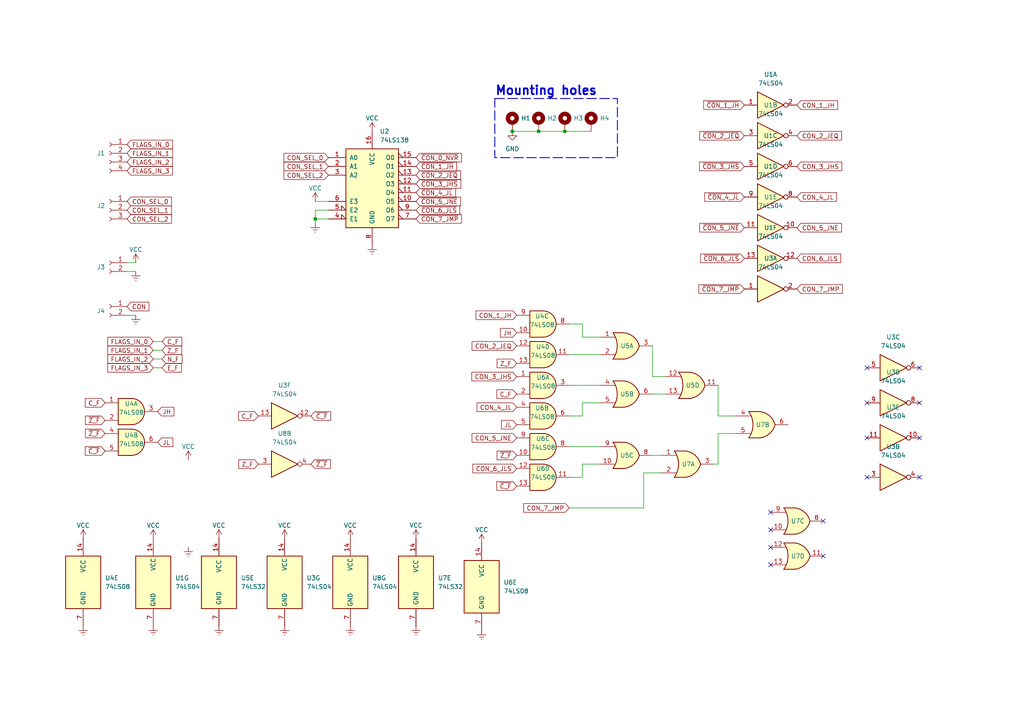
<source format=kicad_sch>
(kicad_sch (version 20231120) (generator "eeschema") (generator_version "8.0")
  (paper "A4")
  (lib_symbols
    (symbol "74xx:74LS04"
      (property "Reference" "U" (at 0 1.27 0))
      (property "Value" "74LS04" (at 0 -1.27 0))
      (symbol "74LS04_1_0"
        (polyline (pts (xy -3.81 3.81) (xy -3.81 -3.81) (xy 3.81 0) (xy -3.81 3.81)) (stroke (width 0.254)) (fill (type background)))
        (pin input line (at -7.62 0 0) (length 3.81) (name "~") (number "1"))
        (pin output inverted (at 7.62 0 180) (length 3.81) (name "~") (number "2"))
      )
      (symbol "74LS04_2_0"
        (polyline (pts (xy -3.81 3.81) (xy -3.81 -3.81) (xy 3.81 0) (xy -3.81 3.81)) (stroke (width 0.254)) (fill (type background)))
        (pin input line (at -7.62 0 0) (length 3.81) (name "~") (number "3"))
        (pin output inverted (at 7.62 0 180) (length 3.81) (name "~") (number "4"))
      )
      (symbol "74LS04_3_0"
        (polyline (pts (xy -3.81 3.81) (xy -3.81 -3.81) (xy 3.81 0) (xy -3.81 3.81)) (stroke (width 0.254)) (fill (type background)))
        (pin input line (at -7.62 0 0) (length 3.81) (name "~") (number "5"))
        (pin output inverted (at 7.62 0 180) (length 3.81) (name "~") (number "6"))
      )
      (symbol "74LS04_4_0"
        (polyline (pts (xy -3.81 3.81) (xy -3.81 -3.81) (xy 3.81 0) (xy -3.81 3.81)) (stroke (width 0.254)) (fill (type background)))
        (pin output inverted (at 7.62 0 180) (length 3.81) (name "~") (number "8"))
        (pin input line (at -7.62 0 0) (length 3.81) (name "~") (number "9"))
      )
      (symbol "74LS04_5_0"
        (polyline (pts (xy -3.81 3.81) (xy -3.81 -3.81) (xy 3.81 0) (xy -3.81 3.81)) (stroke (width 0.254)) (fill (type background)))
        (pin output inverted (at 7.62 0 180) (length 3.81) (name "~") (number "10"))
        (pin input line (at -7.62 0 0) (length 3.81) (name "~") (number "11"))
      )
      (symbol "74LS04_6_0"
        (polyline (pts (xy -3.81 3.81) (xy -3.81 -3.81) (xy 3.81 0) (xy -3.81 3.81)) (stroke (width 0.254)) (fill (type background)))
        (pin output inverted (at 7.62 0 180) (length 3.81) (name "~") (number "12"))
        (pin input line (at -7.62 0 0) (length 3.81) (name "~") (number "13"))
      )
      (symbol "74LS04_7_0"
        (pin power_in line (at 0 12.7 270) (length 5.08) (name "VCC") (number "14"))
        (pin power_in line (at 0 -12.7 90) (length 5.08) (name "GND") (number "7"))
      )
      (symbol "74LS04_7_1"
        (rectangle (start -5.08 7.62) (end 5.08 -7.62) (stroke (width 0.254)) (fill (type background)))
      )
    )
    (symbol "74xx:74LS08" (pin_names (offset 1.016))
      (property "Reference" "U" (at 0 1.27 0))
      (property "Value" "74LS08" (at 0 -1.27 0))
      (symbol "74LS08_1_1"
        (arc (start 0 -3.81) (mid 3.7934 0) (end 0 3.81) (stroke (width 0.254)) (fill (type background)))
        (polyline (pts (xy 0 3.81) (xy -3.81 3.81) (xy -3.81 -3.81) (xy 0 -3.81)) (stroke (width 0.254)) (fill (type background)))
        (pin input line (at -7.62 2.54 0) (length 3.81) (name "~") (number "1"))
        (pin input line (at -7.62 -2.54 0) (length 3.81) (name "~") (number "2"))
        (pin output line (at 7.62 0 180) (length 3.81) (name "~") (number "3"))
      )
      (symbol "74LS08_1_2"
        (arc (start -3.81 -3.81) (mid -2.589 0) (end -3.81 3.81) (stroke (width 0.254)))
        (arc (start -0.6096 -3.81) (mid 2.1842 -2.5851) (end 3.81 0) (stroke (width 0.254)) (fill (type background)))
        (polyline (pts (xy -3.81 -3.81) (xy -0.635 -3.81)) (stroke (width 0.254)) (fill (type background)))
        (polyline (pts (xy -3.81 3.81) (xy -0.635 3.81)) (stroke (width 0.254)) (fill (type background)))
        (polyline (pts (xy -0.635 3.81) (xy -3.81 3.81) (xy -3.81 3.81) (xy -3.556 3.4036) (xy -3.0226 2.2606) (xy -2.6924 1.0414) (xy -2.6162 -0.254) (xy -2.7686 -1.4986) (xy -3.175 -2.7178) (xy -3.81 -3.81) (xy -3.81 -3.81) (xy -0.635 -3.81)) (stroke (width -25.4)) (fill (type background)))
        (arc (start 3.81 0) (mid 2.1915 2.5936) (end -0.6096 3.81) (stroke (width 0.254)) (fill (type background)))
        (pin input inverted (at -7.62 2.54 0) (length 4.318) (name "~") (number "1"))
        (pin input inverted (at -7.62 -2.54 0) (length 4.318) (name "~") (number "2"))
        (pin output inverted (at 7.62 0 180) (length 3.81) (name "~") (number "3"))
      )
      (symbol "74LS08_2_1"
        (arc (start 0 -3.81) (mid 3.7934 0) (end 0 3.81) (stroke (width 0.254)) (fill (type background)))
        (polyline (pts (xy 0 3.81) (xy -3.81 3.81) (xy -3.81 -3.81) (xy 0 -3.81)) (stroke (width 0.254)) (fill (type background)))
        (pin input line (at -7.62 2.54 0) (length 3.81) (name "~") (number "4"))
        (pin input line (at -7.62 -2.54 0) (length 3.81) (name "~") (number "5"))
        (pin output line (at 7.62 0 180) (length 3.81) (name "~") (number "6"))
      )
      (symbol "74LS08_2_2"
        (arc (start -3.81 -3.81) (mid -2.589 0) (end -3.81 3.81) (stroke (width 0.254)))
        (arc (start -0.6096 -3.81) (mid 2.1842 -2.5851) (end 3.81 0) (stroke (width 0.254)) (fill (type background)))
        (polyline (pts (xy -3.81 -3.81) (xy -0.635 -3.81)) (stroke (width 0.254)) (fill (type background)))
        (polyline (pts (xy -3.81 3.81) (xy -0.635 3.81)) (stroke (width 0.254)) (fill (type background)))
        (polyline (pts (xy -0.635 3.81) (xy -3.81 3.81) (xy -3.81 3.81) (xy -3.556 3.4036) (xy -3.0226 2.2606) (xy -2.6924 1.0414) (xy -2.6162 -0.254) (xy -2.7686 -1.4986) (xy -3.175 -2.7178) (xy -3.81 -3.81) (xy -3.81 -3.81) (xy -0.635 -3.81)) (stroke (width -25.4)) (fill (type background)))
        (arc (start 3.81 0) (mid 2.1915 2.5936) (end -0.6096 3.81) (stroke (width 0.254)) (fill (type background)))
        (pin input inverted (at -7.62 2.54 0) (length 4.318) (name "~") (number "4"))
        (pin input inverted (at -7.62 -2.54 0) (length 4.318) (name "~") (number "5"))
        (pin output inverted (at 7.62 0 180) (length 3.81) (name "~") (number "6"))
      )
      (symbol "74LS08_3_1"
        (arc (start 0 -3.81) (mid 3.7934 0) (end 0 3.81) (stroke (width 0.254)) (fill (type background)))
        (polyline (pts (xy 0 3.81) (xy -3.81 3.81) (xy -3.81 -3.81) (xy 0 -3.81)) (stroke (width 0.254)) (fill (type background)))
        (pin input line (at -7.62 -2.54 0) (length 3.81) (name "~") (number "10"))
        (pin output line (at 7.62 0 180) (length 3.81) (name "~") (number "8"))
        (pin input line (at -7.62 2.54 0) (length 3.81) (name "~") (number "9"))
      )
      (symbol "74LS08_3_2"
        (arc (start -3.81 -3.81) (mid -2.589 0) (end -3.81 3.81) (stroke (width 0.254)))
        (arc (start -0.6096 -3.81) (mid 2.1842 -2.5851) (end 3.81 0) (stroke (width 0.254)) (fill (type background)))
        (polyline (pts (xy -3.81 -3.81) (xy -0.635 -3.81)) (stroke (width 0.254)) (fill (type background)))
        (polyline (pts (xy -3.81 3.81) (xy -0.635 3.81)) (stroke (width 0.254)) (fill (type background)))
        (polyline (pts (xy -0.635 3.81) (xy -3.81 3.81) (xy -3.81 3.81) (xy -3.556 3.4036) (xy -3.0226 2.2606) (xy -2.6924 1.0414) (xy -2.6162 -0.254) (xy -2.7686 -1.4986) (xy -3.175 -2.7178) (xy -3.81 -3.81) (xy -3.81 -3.81) (xy -0.635 -3.81)) (stroke (width -25.4)) (fill (type background)))
        (arc (start 3.81 0) (mid 2.1915 2.5936) (end -0.6096 3.81) (stroke (width 0.254)) (fill (type background)))
        (pin input inverted (at -7.62 -2.54 0) (length 4.318) (name "~") (number "10"))
        (pin output inverted (at 7.62 0 180) (length 3.81) (name "~") (number "8"))
        (pin input inverted (at -7.62 2.54 0) (length 4.318) (name "~") (number "9"))
      )
      (symbol "74LS08_4_1"
        (arc (start 0 -3.81) (mid 3.7934 0) (end 0 3.81) (stroke (width 0.254)) (fill (type background)))
        (polyline (pts (xy 0 3.81) (xy -3.81 3.81) (xy -3.81 -3.81) (xy 0 -3.81)) (stroke (width 0.254)) (fill (type background)))
        (pin output line (at 7.62 0 180) (length 3.81) (name "~") (number "11"))
        (pin input line (at -7.62 2.54 0) (length 3.81) (name "~") (number "12"))
        (pin input line (at -7.62 -2.54 0) (length 3.81) (name "~") (number "13"))
      )
      (symbol "74LS08_4_2"
        (arc (start -3.81 -3.81) (mid -2.589 0) (end -3.81 3.81) (stroke (width 0.254)))
        (arc (start -0.6096 -3.81) (mid 2.1842 -2.5851) (end 3.81 0) (stroke (width 0.254)) (fill (type background)))
        (polyline (pts (xy -3.81 -3.81) (xy -0.635 -3.81)) (stroke (width 0.254)) (fill (type background)))
        (polyline (pts (xy -3.81 3.81) (xy -0.635 3.81)) (stroke (width 0.254)) (fill (type background)))
        (polyline (pts (xy -0.635 3.81) (xy -3.81 3.81) (xy -3.81 3.81) (xy -3.556 3.4036) (xy -3.0226 2.2606) (xy -2.6924 1.0414) (xy -2.6162 -0.254) (xy -2.7686 -1.4986) (xy -3.175 -2.7178) (xy -3.81 -3.81) (xy -3.81 -3.81) (xy -0.635 -3.81)) (stroke (width -25.4)) (fill (type background)))
        (arc (start 3.81 0) (mid 2.1915 2.5936) (end -0.6096 3.81) (stroke (width 0.254)) (fill (type background)))
        (pin output inverted (at 7.62 0 180) (length 3.81) (name "~") (number "11"))
        (pin input inverted (at -7.62 2.54 0) (length 4.318) (name "~") (number "12"))
        (pin input inverted (at -7.62 -2.54 0) (length 4.318) (name "~") (number "13"))
      )
      (symbol "74LS08_5_0"
        (pin power_in line (at 0 12.7 270) (length 5.08) (name "VCC") (number "14"))
        (pin power_in line (at 0 -12.7 90) (length 5.08) (name "GND") (number "7"))
      )
      (symbol "74LS08_5_1"
        (rectangle (start -5.08 7.62) (end 5.08 -7.62) (stroke (width 0.254)) (fill (type background)))
      )
    )
    (symbol "74xx:74LS138" (pin_names (offset 1.016))
      (property "Reference" "U" (at -7.62 11.43 0))
      (property "Value" "74LS138" (at -7.62 -13.97 0))
      (symbol "74LS138_1_0"
        (pin input line (at -12.7 7.62 0) (length 5.08) (name "A0") (number "1"))
        (pin output output_low (at 12.7 -5.08 180) (length 5.08) (name "O5") (number "10"))
        (pin output output_low (at 12.7 -2.54 180) (length 5.08) (name "O4") (number "11"))
        (pin output output_low (at 12.7 0 180) (length 5.08) (name "O3") (number "12"))
        (pin output output_low (at 12.7 2.54 180) (length 5.08) (name "O2") (number "13"))
        (pin output output_low (at 12.7 5.08 180) (length 5.08) (name "O1") (number "14"))
        (pin output output_low (at 12.7 7.62 180) (length 5.08) (name "O0") (number "15"))
        (pin power_in line (at 0 15.24 270) (length 5.08) (name "VCC") (number "16"))
        (pin input line (at -12.7 5.08 0) (length 5.08) (name "A1") (number "2"))
        (pin input line (at -12.7 2.54 0) (length 5.08) (name "A2") (number "3"))
        (pin input input_low (at -12.7 -10.16 0) (length 5.08) (name "E1") (number "4"))
        (pin input input_low (at -12.7 -7.62 0) (length 5.08) (name "E2") (number "5"))
        (pin input line (at -12.7 -5.08 0) (length 5.08) (name "E3") (number "6"))
        (pin output output_low (at 12.7 -10.16 180) (length 5.08) (name "O7") (number "7"))
        (pin power_in line (at 0 -17.78 90) (length 5.08) (name "GND") (number "8"))
        (pin output output_low (at 12.7 -7.62 180) (length 5.08) (name "O6") (number "9"))
      )
      (symbol "74LS138_1_1"
        (rectangle (start -7.62 10.16) (end 7.62 -12.7) (stroke (width 0.254)) (fill (type background)))
      )
    )
    (symbol "74xx:74LS32" (pin_names (offset 1.016))
      (property "Reference" "U" (at 0 1.27 0))
      (property "Value" "74LS32" (at 0 -1.27 0))
      (symbol "74LS32_1_1"
        (arc (start -3.81 -3.81) (mid -2.589 0) (end -3.81 3.81) (stroke (width 0.254)))
        (arc (start -0.6096 -3.81) (mid 2.1842 -2.5851) (end 3.81 0) (stroke (width 0.254)) (fill (type background)))
        (polyline (pts (xy -3.81 -3.81) (xy -0.635 -3.81)) (stroke (width 0.254)) (fill (type background)))
        (polyline (pts (xy -3.81 3.81) (xy -0.635 3.81)) (stroke (width 0.254)) (fill (type background)))
        (polyline (pts (xy -0.635 3.81) (xy -3.81 3.81) (xy -3.81 3.81) (xy -3.556 3.4036) (xy -3.0226 2.2606) (xy -2.6924 1.0414) (xy -2.6162 -0.254) (xy -2.7686 -1.4986) (xy -3.175 -2.7178) (xy -3.81 -3.81) (xy -3.81 -3.81) (xy -0.635 -3.81)) (stroke (width -25.4)) (fill (type background)))
        (arc (start 3.81 0) (mid 2.1915 2.5936) (end -0.6096 3.81) (stroke (width 0.254)) (fill (type background)))
        (pin input line (at -7.62 2.54 0) (length 4.318) (name "~") (number "1"))
        (pin input line (at -7.62 -2.54 0) (length 4.318) (name "~") (number "2"))
        (pin output line (at 7.62 0 180) (length 3.81) (name "~") (number "3"))
      )
      (symbol "74LS32_1_2"
        (arc (start 0 -3.81) (mid 3.7934 0) (end 0 3.81) (stroke (width 0.254)) (fill (type background)))
        (polyline (pts (xy 0 3.81) (xy -3.81 3.81) (xy -3.81 -3.81) (xy 0 -3.81)) (stroke (width 0.254)) (fill (type background)))
        (pin input inverted (at -7.62 2.54 0) (length 3.81) (name "~") (number "1"))
        (pin input inverted (at -7.62 -2.54 0) (length 3.81) (name "~") (number "2"))
        (pin output inverted (at 7.62 0 180) (length 3.81) (name "~") (number "3"))
      )
      (symbol "74LS32_2_1"
        (arc (start -3.81 -3.81) (mid -2.589 0) (end -3.81 3.81) (stroke (width 0.254)))
        (arc (start -0.6096 -3.81) (mid 2.1842 -2.5851) (end 3.81 0) (stroke (width 0.254)) (fill (type background)))
        (polyline (pts (xy -3.81 -3.81) (xy -0.635 -3.81)) (stroke (width 0.254)) (fill (type background)))
        (polyline (pts (xy -3.81 3.81) (xy -0.635 3.81)) (stroke (width 0.254)) (fill (type background)))
        (polyline (pts (xy -0.635 3.81) (xy -3.81 3.81) (xy -3.81 3.81) (xy -3.556 3.4036) (xy -3.0226 2.2606) (xy -2.6924 1.0414) (xy -2.6162 -0.254) (xy -2.7686 -1.4986) (xy -3.175 -2.7178) (xy -3.81 -3.81) (xy -3.81 -3.81) (xy -0.635 -3.81)) (stroke (width -25.4)) (fill (type background)))
        (arc (start 3.81 0) (mid 2.1915 2.5936) (end -0.6096 3.81) (stroke (width 0.254)) (fill (type background)))
        (pin input line (at -7.62 2.54 0) (length 4.318) (name "~") (number "4"))
        (pin input line (at -7.62 -2.54 0) (length 4.318) (name "~") (number "5"))
        (pin output line (at 7.62 0 180) (length 3.81) (name "~") (number "6"))
      )
      (symbol "74LS32_2_2"
        (arc (start 0 -3.81) (mid 3.7934 0) (end 0 3.81) (stroke (width 0.254)) (fill (type background)))
        (polyline (pts (xy 0 3.81) (xy -3.81 3.81) (xy -3.81 -3.81) (xy 0 -3.81)) (stroke (width 0.254)) (fill (type background)))
        (pin input inverted (at -7.62 2.54 0) (length 3.81) (name "~") (number "4"))
        (pin input inverted (at -7.62 -2.54 0) (length 3.81) (name "~") (number "5"))
        (pin output inverted (at 7.62 0 180) (length 3.81) (name "~") (number "6"))
      )
      (symbol "74LS32_3_1"
        (arc (start -3.81 -3.81) (mid -2.589 0) (end -3.81 3.81) (stroke (width 0.254)))
        (arc (start -0.6096 -3.81) (mid 2.1842 -2.5851) (end 3.81 0) (stroke (width 0.254)) (fill (type background)))
        (polyline (pts (xy -3.81 -3.81) (xy -0.635 -3.81)) (stroke (width 0.254)) (fill (type background)))
        (polyline (pts (xy -3.81 3.81) (xy -0.635 3.81)) (stroke (width 0.254)) (fill (type background)))
        (polyline (pts (xy -0.635 3.81) (xy -3.81 3.81) (xy -3.81 3.81) (xy -3.556 3.4036) (xy -3.0226 2.2606) (xy -2.6924 1.0414) (xy -2.6162 -0.254) (xy -2.7686 -1.4986) (xy -3.175 -2.7178) (xy -3.81 -3.81) (xy -3.81 -3.81) (xy -0.635 -3.81)) (stroke (width -25.4)) (fill (type background)))
        (arc (start 3.81 0) (mid 2.1915 2.5936) (end -0.6096 3.81) (stroke (width 0.254)) (fill (type background)))
        (pin input line (at -7.62 -2.54 0) (length 4.318) (name "~") (number "10"))
        (pin output line (at 7.62 0 180) (length 3.81) (name "~") (number "8"))
        (pin input line (at -7.62 2.54 0) (length 4.318) (name "~") (number "9"))
      )
      (symbol "74LS32_3_2"
        (arc (start 0 -3.81) (mid 3.7934 0) (end 0 3.81) (stroke (width 0.254)) (fill (type background)))
        (polyline (pts (xy 0 3.81) (xy -3.81 3.81) (xy -3.81 -3.81) (xy 0 -3.81)) (stroke (width 0.254)) (fill (type background)))
        (pin input inverted (at -7.62 -2.54 0) (length 3.81) (name "~") (number "10"))
        (pin output inverted (at 7.62 0 180) (length 3.81) (name "~") (number "8"))
        (pin input inverted (at -7.62 2.54 0) (length 3.81) (name "~") (number "9"))
      )
      (symbol "74LS32_4_1"
        (arc (start -3.81 -3.81) (mid -2.589 0) (end -3.81 3.81) (stroke (width 0.254)))
        (arc (start -0.6096 -3.81) (mid 2.1842 -2.5851) (end 3.81 0) (stroke (width 0.254)) (fill (type background)))
        (polyline (pts (xy -3.81 -3.81) (xy -0.635 -3.81)) (stroke (width 0.254)) (fill (type background)))
        (polyline (pts (xy -3.81 3.81) (xy -0.635 3.81)) (stroke (width 0.254)) (fill (type background)))
        (polyline (pts (xy -0.635 3.81) (xy -3.81 3.81) (xy -3.81 3.81) (xy -3.556 3.4036) (xy -3.0226 2.2606) (xy -2.6924 1.0414) (xy -2.6162 -0.254) (xy -2.7686 -1.4986) (xy -3.175 -2.7178) (xy -3.81 -3.81) (xy -3.81 -3.81) (xy -0.635 -3.81)) (stroke (width -25.4)) (fill (type background)))
        (arc (start 3.81 0) (mid 2.1915 2.5936) (end -0.6096 3.81) (stroke (width 0.254)) (fill (type background)))
        (pin output line (at 7.62 0 180) (length 3.81) (name "~") (number "11"))
        (pin input line (at -7.62 2.54 0) (length 4.318) (name "~") (number "12"))
        (pin input line (at -7.62 -2.54 0) (length 4.318) (name "~") (number "13"))
      )
      (symbol "74LS32_4_2"
        (arc (start 0 -3.81) (mid 3.7934 0) (end 0 3.81) (stroke (width 0.254)) (fill (type background)))
        (polyline (pts (xy 0 3.81) (xy -3.81 3.81) (xy -3.81 -3.81) (xy 0 -3.81)) (stroke (width 0.254)) (fill (type background)))
        (pin output inverted (at 7.62 0 180) (length 3.81) (name "~") (number "11"))
        (pin input inverted (at -7.62 2.54 0) (length 3.81) (name "~") (number "12"))
        (pin input inverted (at -7.62 -2.54 0) (length 3.81) (name "~") (number "13"))
      )
      (symbol "74LS32_5_0"
        (pin power_in line (at 0 12.7 270) (length 5.08) (name "VCC") (number "14"))
        (pin power_in line (at 0 -12.7 90) (length 5.08) (name "GND") (number "7"))
      )
      (symbol "74LS32_5_1"
        (rectangle (start -5.08 7.62) (end 5.08 -7.62) (stroke (width 0.254)) (fill (type background)))
      )
    )
    (symbol "Connector:Conn_01x02_Socket" (pin_names (offset 1.016) hide)
      (property "Reference" "J" (at 0 2.54 0))
      (property "Value" "Conn_01x02_Socket" (at 0 -5.08 0))
      (symbol "Conn_01x02_Socket_1_1"
        (arc (start 0 -2.032) (mid -0.5058 -2.54) (end 0 -3.048) (stroke (width 0.1524)))
        (polyline (pts (xy -1.27 -2.54) (xy -0.508 -2.54)) (stroke (width 0.1524)))
        (polyline (pts (xy -1.27 0) (xy -0.508 0)) (stroke (width 0.1524)))
        (arc (start 0 0.508) (mid -0.5058 0) (end 0 -0.508) (stroke (width 0.1524)))
        (pin passive line (at -5.08 0 0) (length 3.81) (name "Pin_1") (number "1"))
        (pin passive line (at -5.08 -2.54 0) (length 3.81) (name "Pin_2") (number "2"))
      )
    )
    (symbol "Connector:Conn_01x03_Socket" (pin_names (offset 1.016) hide)
      (property "Reference" "J" (at 0 5.08 0))
      (property "Value" "Conn_01x03_Socket" (at 0 -5.08 0))
      (symbol "Conn_01x03_Socket_1_1"
        (arc (start 0 -2.032) (mid -0.5058 -2.54) (end 0 -3.048) (stroke (width 0.1524)))
        (polyline (pts (xy -1.27 -2.54) (xy -0.508 -2.54)) (stroke (width 0.1524)))
        (polyline (pts (xy -1.27 0) (xy -0.508 0)) (stroke (width 0.1524)))
        (polyline (pts (xy -1.27 2.54) (xy -0.508 2.54)) (stroke (width 0.1524)))
        (arc (start 0 0.508) (mid -0.5058 0) (end 0 -0.508) (stroke (width 0.1524)))
        (arc (start 0 3.048) (mid -0.5058 2.54) (end 0 2.032) (stroke (width 0.1524)))
        (pin passive line (at -5.08 2.54 0) (length 3.81) (name "Pin_1") (number "1"))
        (pin passive line (at -5.08 0 0) (length 3.81) (name "Pin_2") (number "2"))
        (pin passive line (at -5.08 -2.54 0) (length 3.81) (name "Pin_3") (number "3"))
      )
    )
    (symbol "Connector:Conn_01x04_Socket" (pin_names (offset 1.016) hide)
      (property "Reference" "J" (at 0 5.08 0))
      (property "Value" "Conn_01x04_Socket" (at 0 -7.62 0))
      (symbol "Conn_01x04_Socket_1_1"
        (arc (start 0 -4.572) (mid -0.5058 -5.08) (end 0 -5.588) (stroke (width 0.1524)))
        (arc (start 0 -2.032) (mid -0.5058 -2.54) (end 0 -3.048) (stroke (width 0.1524)))
        (polyline (pts (xy -1.27 -5.08) (xy -0.508 -5.08)) (stroke (width 0.1524)))
        (polyline (pts (xy -1.27 -2.54) (xy -0.508 -2.54)) (stroke (width 0.1524)))
        (polyline (pts (xy -1.27 0) (xy -0.508 0)) (stroke (width 0.1524)))
        (polyline (pts (xy -1.27 2.54) (xy -0.508 2.54)) (stroke (width 0.1524)))
        (arc (start 0 0.508) (mid -0.5058 0) (end 0 -0.508) (stroke (width 0.1524)))
        (arc (start 0 3.048) (mid -0.5058 2.54) (end 0 2.032) (stroke (width 0.1524)))
        (pin passive line (at -5.08 2.54 0) (length 3.81) (name "Pin_1") (number "1"))
        (pin passive line (at -5.08 0 0) (length 3.81) (name "Pin_2") (number "2"))
        (pin passive line (at -5.08 -2.54 0) (length 3.81) (name "Pin_3") (number "3"))
        (pin passive line (at -5.08 -5.08 0) (length 3.81) (name "Pin_4") (number "4"))
      )
    )
    (symbol "Mechanical:MountingHole_Pad" (pin_numbers hide) (pin_names (offset 1.016) hide) (exclude_from_sim yes) (in_bom no)
      (property "Reference" "H" (at 0 6.35 0))
      (property "Value" "MountingHole_Pad" (at 0 4.445 0))
      (symbol "MountingHole_Pad_0_1"
        (circle (center 0 1.27) (radius 1.27) (stroke (width 1.27)))
      )
      (symbol "MountingHole_Pad_1_1"
        (pin input line (at 0 -2.54 90) (length 2.54) (name "1") (number "1"))
      )
    )
    (symbol "power:Earth" (power) (pin_numbers hide) (pin_names (offset 0) hide)
      (property "Value" "Earth" (at 0 -3.81 0))
      (symbol "Earth_0_1"
        (polyline (pts (xy -0.635 -1.905) (xy 0.635 -1.905)))
        (polyline (pts (xy -0.127 -2.54) (xy 0.127 -2.54)))
        (polyline (pts (xy 0 -1.27) (xy 0 0)))
        (polyline (pts (xy 1.27 -1.27) (xy -1.27 -1.27)))
      )
      (symbol "Earth_1_1"
        (pin power_in line (at 0 0 270) (length 0) (name "~") (number "1"))
      )
    )
    (symbol "power:GND" (power) (pin_numbers hide) (pin_names (offset 0) hide)
      (property "Value" "GND" (at 0 -3.81 0))
      (symbol "GND_0_1"
        (polyline (pts (xy 0 0) (xy 0 -1.27) (xy 1.27 -1.27) (xy 0 -2.54) (xy -1.27 -1.27) (xy 0 -1.27)))
      )
      (symbol "GND_1_1"
        (pin power_in line (at 0 0 270) (length 0) (name "~") (number "1"))
      )
    )
    (symbol "power:VCC" (power) (pin_numbers hide) (pin_names (offset 0) hide)
      (property "Value" "VCC" (at 0 3.556 0))
      (symbol "VCC_0_1"
        (polyline (pts (xy -0.762 1.27) (xy 0 2.54)))
        (polyline (pts (xy 0 0) (xy 0 2.54)))
        (polyline (pts (xy 0 2.54) (xy 0.762 1.27)))
      )
      (symbol "VCC_1_1"
        (pin power_in line (at 0 0 90) (length 0) (name "~") (number "1"))
      )
    )
  )
  (junction (at 91.44 63.5))
  (junction (at 148.59 38.1))
  (junction (at 163.83 38.1))
  (junction (at 156.21 38.1))
  (no_connect (at 238.76 161.29))
  (no_connect (at 223.52 163.83))
  (no_connect (at 266.7 106.68))
  (no_connect (at 266.7 127))
  (no_connect (at 266.7 138.43))
  (no_connect (at 223.52 158.75))
  (no_connect (at 251.46 116.84))
  (no_connect (at 223.52 148.59))
  (no_connect (at 251.46 106.68))
  (no_connect (at 223.52 153.67))
  (no_connect (at 238.76 151.13))
  (no_connect (at 266.7 116.84))
  (no_connect (at 251.46 127))
  (no_connect (at 251.46 138.43))
  (wire (pts (xy 168.91 93.98) (xy 165.1 93.98)))
  (wire (pts (xy 39.37 78.74) (xy 36.83 78.74)))
  (wire (pts (xy 165.1 120.65) (xy 168.91 120.65)))
  (wire (pts (xy 168.91 134.62) (xy 168.91 138.43)))
  (wire (pts (xy 95.25 60.96) (xy 91.44 60.96)))
  (wire (pts (xy 148.59 38.1) (xy 156.21 38.1)))
  (wire (pts (xy 46.99 99.06) (xy 44.45 99.06)))
  (wire (pts (xy 186.69 147.32) (xy 165.1 147.32)))
  (wire (pts (xy 168.91 138.43) (xy 165.1 138.43)))
  (wire (pts (xy 39.37 76.2) (xy 36.83 76.2)))
  (wire (pts (xy 91.44 63.5) (xy 95.25 63.5)))
  (wire (pts (xy 91.44 58.42) (xy 95.25 58.42)))
  (wire (pts (xy 186.69 137.16) (xy 186.69 147.32)))
  (wire (pts (xy 165.1 129.54) (xy 173.99 129.54)))
  (wire (pts (xy 156.21 38.1) (xy 163.83 38.1)))
  (wire (pts (xy 163.83 38.1) (xy 171.45 38.1)))
  (wire (pts (xy 191.77 137.16) (xy 186.69 137.16)))
  (wire (pts (xy 44.45 106.68) (xy 46.99 106.68)))
  (wire (pts (xy 208.28 134.62) (xy 207.01 134.62)))
  (wire (pts (xy 208.28 120.65) (xy 208.28 111.76)))
  (wire (pts (xy 168.91 116.84) (xy 173.99 116.84)))
  (wire (pts (xy 173.99 97.79) (xy 168.91 97.79)))
  (wire (pts (xy 39.37 91.44) (xy 36.83 91.44)))
  (wire (pts (xy 189.23 114.3) (xy 193.04 114.3)))
  (wire (pts (xy 213.36 125.73) (xy 208.28 125.73)))
  (wire (pts (xy 168.91 120.65) (xy 168.91 116.84)))
  (wire (pts (xy 213.36 120.65) (xy 208.28 120.65)))
  (wire (pts (xy 165.1 102.87) (xy 173.99 102.87)))
  (wire (pts (xy 44.45 104.14) (xy 46.99 104.14)))
  (wire (pts (xy 91.44 64.77) (xy 91.44 63.5)))
  (wire (pts (xy 189.23 132.08) (xy 191.77 132.08)))
  (wire (pts (xy 168.91 97.79) (xy 168.91 93.98)))
  (wire (pts (xy 91.44 60.96) (xy 91.44 63.5)))
  (wire (pts (xy 173.99 134.62) (xy 168.91 134.62)))
  (wire (pts (xy 193.04 109.22) (xy 189.23 109.22)))
  (wire (pts (xy 165.1 111.76) (xy 173.99 111.76)))
  (wire (pts (xy 44.45 101.6) (xy 46.99 101.6)))
  (wire (pts (xy 208.28 125.73) (xy 208.28 134.62)))
  (wire (pts (xy 189.23 109.22) (xy 189.23 100.33)))
  (rectangle (start 143.51 28.575) (end 179.07 45.72) (stroke (width 0.254) (type dash)))
  (text "Mounting holes" (at 143.51 26.416 0) (effects (font (size 2.54 2.54) (thickness 0.508) (bold yes)) (justify left)))
  (global_label "FLAGS_IN_3" (shape input) (at 36.83 49.53 0) (property "Intersheetrefs" "${INTERSHEET_REFS}" (effects (hide yes))))
  (global_label "Z_F" (shape input) (at 149.86 105.41 180) (property "Intersheetrefs" "${INTERSHEET_REFS}" (effects (hide yes))))
  (global_label "~{CON_1_JH}" (shape input) (at 215.9 30.48 180) (property "Intersheetrefs" "${INTERSHEET_REFS}" (effects (hide yes))))
  (global_label "CON_SEL_0" (shape input) (at 95.25 45.72 180) (property "Intersheetrefs" "${INTERSHEET_REFS}" (effects (hide yes))))
  (global_label "~{CON_6_JLS}" (shape input) (at 120.65 60.96 0) (property "Intersheetrefs" "${INTERSHEET_REFS}" (effects (hide yes))))
  (global_label "N_F" (shape input) (at 46.99 104.14 0) (property "Intersheetrefs" "${INTERSHEET_REFS}" (effects (hide yes))))
  (global_label "~{CON_7_JMP}" (shape input) (at 120.65 63.5 0) (property "Intersheetrefs" "${INTERSHEET_REFS}" (effects (hide yes))))
  (global_label "CON_3_JHS" (shape input) (at 149.86 109.22 180) (property "Intersheetrefs" "${INTERSHEET_REFS}" (effects (hide yes))))
  (global_label "JL" (shape input) (at 149.86 123.19 180) (property "Intersheetrefs" "${INTERSHEET_REFS}" (effects (hide yes))))
  (global_label "FLAGS_IN_3" (shape input) (at 44.45 106.68 180) (property "Intersheetrefs" "${INTERSHEET_REFS}" (effects (hide yes))))
  (global_label "~{CON_5_JNE}" (shape input) (at 215.9 66.04 180) (property "Intersheetrefs" "${INTERSHEET_REFS}" (effects (hide yes))))
  (global_label "C_F" (shape input) (at 149.86 114.3 180) (property "Intersheetrefs" "${INTERSHEET_REFS}" (effects (hide yes))))
  (global_label "FLAGS_IN_1" (shape input) (at 44.45 101.6 180) (property "Intersheetrefs" "${INTERSHEET_REFS}" (effects (hide yes))))
  (global_label "CON_4_JL" (shape input) (at 149.86 118.11 180) (property "Intersheetrefs" "${INTERSHEET_REFS}" (effects (hide yes))))
  (global_label "FLAGS_IN_0" (shape input) (at 44.45 99.06 180) (property "Intersheetrefs" "${INTERSHEET_REFS}" (effects (hide yes))))
  (global_label "~{Z_F}" (shape input) (at 90.17 134.62 0) (property "Intersheetrefs" "${INTERSHEET_REFS}" (effects (hide yes))))
  (global_label "~{CON_6_JLS}" (shape input) (at 215.9 74.93 180) (property "Intersheetrefs" "${INTERSHEET_REFS}" (effects (hide yes))))
  (global_label "Z_F" (shape input) (at 74.93 134.62 180) (property "Intersheetrefs" "${INTERSHEET_REFS}" (effects (hide yes))))
  (global_label "CON_SEL_1" (shape input) (at 36.83 60.96 0) (property "Intersheetrefs" "${INTERSHEET_REFS}" (effects (hide yes))))
  (global_label "~{C_F}" (shape input) (at 90.17 120.65 0) (property "Intersheetrefs" "${INTERSHEET_REFS}" (effects (hide yes))))
  (global_label "CON_5_JNE" (shape input) (at 149.86 127 180) (property "Intersheetrefs" "${INTERSHEET_REFS}" (effects (hide yes))))
  (global_label "~{CON_3_JHS}" (shape input) (at 215.9 48.26 180) (property "Intersheetrefs" "${INTERSHEET_REFS}" (effects (hide yes))))
  (global_label "~{CON_4_JL}" (shape input) (at 120.65 55.88 0) (property "Intersheetrefs" "${INTERSHEET_REFS}" (effects (hide yes))))
  (global_label "CON_2_JEQ" (shape input) (at 149.86 100.33 180) (property "Intersheetrefs" "${INTERSHEET_REFS}" (effects (hide yes))))
  (global_label "CON_6_JLS" (shape input) (at 231.14 74.93 0) (property "Intersheetrefs" "${INTERSHEET_REFS}" (effects (hide yes))))
  (global_label "CON_1_JH" (shape input) (at 231.14 30.48 0) (property "Intersheetrefs" "${INTERSHEET_REFS}" (effects (hide yes))))
  (global_label "~{CON_5_JNE}" (shape input) (at 120.65 58.42 0) (property "Intersheetrefs" "${INTERSHEET_REFS}" (effects (hide yes))))
  (global_label "CON_SEL_0" (shape input) (at 36.83 58.42 0) (property "Intersheetrefs" "${INTERSHEET_REFS}" (effects (hide yes))))
  (global_label "CON" (shape input) (at 36.83 88.9 0) (property "Intersheetrefs" "${INTERSHEET_REFS}" (effects (hide yes))))
  (global_label "~{CON_1_JH}" (shape input) (at 120.65 48.26 0) (property "Intersheetrefs" "${INTERSHEET_REFS}" (effects (hide yes))))
  (global_label "CON_6_JLS" (shape input) (at 149.86 135.89 180) (property "Intersheetrefs" "${INTERSHEET_REFS}" (effects (hide yes))))
  (global_label "CON_1_JH" (shape input) (at 149.86 91.44 180) (property "Intersheetrefs" "${INTERSHEET_REFS}" (effects (hide yes))))
  (global_label "C_F" (shape input) (at 74.93 120.65 180) (property "Intersheetrefs" "${INTERSHEET_REFS}" (effects (hide yes))))
  (global_label "~{CON_3_JHS}" (shape input) (at 120.65 53.34 0) (property "Intersheetrefs" "${INTERSHEET_REFS}" (effects (hide yes))))
  (global_label "~{CON_0_NVR}" (shape input) (at 120.65 45.72 0) (property "Intersheetrefs" "${INTERSHEET_REFS}" (effects (hide yes))))
  (global_label "~{C_F}" (shape input) (at 149.86 140.97 180) (property "Intersheetrefs" "${INTERSHEET_REFS}" (effects (hide yes))))
  (global_label "~{Z_F}" (shape input) (at 30.48 121.92 180) (property "Intersheetrefs" "${INTERSHEET_REFS}" (effects (hide yes))))
  (global_label "FLAGS_IN_0" (shape input) (at 36.83 41.91 0) (property "Intersheetrefs" "${INTERSHEET_REFS}" (effects (hide yes))))
  (global_label "FLAGS_IN_2" (shape input) (at 44.45 104.14 180) (property "Intersheetrefs" "${INTERSHEET_REFS}" (effects (hide yes))))
  (global_label "CON_SEL_2" (shape input) (at 95.25 50.8 180) (property "Intersheetrefs" "${INTERSHEET_REFS}" (effects (hide yes))))
  (global_label "CON_SEL_2" (shape input) (at 36.83 63.5 0) (property "Intersheetrefs" "${INTERSHEET_REFS}" (effects (hide yes))))
  (global_label "~{CON_2_JEQ}" (shape input) (at 215.9 39.37 180) (property "Intersheetrefs" "${INTERSHEET_REFS}" (effects (hide yes))))
  (global_label "C_F" (shape input) (at 46.99 99.06 0) (property "Intersheetrefs" "${INTERSHEET_REFS}" (effects (hide yes))))
  (global_label "Z_F" (shape input) (at 46.99 101.6 0) (property "Intersheetrefs" "${INTERSHEET_REFS}" (effects (hide yes))))
  (global_label "~{Z_F}" (shape input) (at 30.48 125.73 180) (property "Intersheetrefs" "${INTERSHEET_REFS}" (effects (hide yes))))
  (global_label "C_F" (shape input) (at 30.48 116.84 180) (property "Intersheetrefs" "${INTERSHEET_REFS}" (effects (hide yes))))
  (global_label "CON_5_JNE" (shape input) (at 231.14 66.04 0) (property "Intersheetrefs" "${INTERSHEET_REFS}" (effects (hide yes))))
  (global_label "~{Z_F}" (shape input) (at 149.86 132.08 180) (property "Intersheetrefs" "${INTERSHEET_REFS}" (effects (hide yes))))
  (global_label "~{CON_7_JMP}" (shape input) (at 215.9 83.82 180) (property "Intersheetrefs" "${INTERSHEET_REFS}" (effects (hide yes))))
  (global_label "CON_3_JHS" (shape input) (at 231.14 48.26 0) (property "Intersheetrefs" "${INTERSHEET_REFS}" (effects (hide yes))))
  (global_label "JH" (shape input) (at 45.72 119.38 0) (property "Intersheetrefs" "${INTERSHEET_REFS}" (effects (hide yes))))
  (global_label "CON_7_JMP" (shape input) (at 231.14 83.82 0) (property "Intersheetrefs" "${INTERSHEET_REFS}" (effects (hide yes))))
  (global_label "JL" (shape input) (at 45.72 128.27 0) (property "Intersheetrefs" "${INTERSHEET_REFS}" (effects (hide yes))))
  (global_label "JH" (shape input) (at 149.86 96.52 180) (property "Intersheetrefs" "${INTERSHEET_REFS}" (effects (hide yes))))
  (global_label "E_F" (shape input) (at 46.99 106.68 0) (property "Intersheetrefs" "${INTERSHEET_REFS}" (effects (hide yes))))
  (global_label "CON_7_JMP" (shape input) (at 165.1 147.32 180) (property "Intersheetrefs" "${INTERSHEET_REFS}" (effects (hide yes))))
  (global_label "~{CON_4_JL}" (shape input) (at 215.9 57.15 180) (property "Intersheetrefs" "${INTERSHEET_REFS}" (effects (hide yes))))
  (global_label "FLAGS_IN_2" (shape input) (at 36.83 46.99 0) (property "Intersheetrefs" "${INTERSHEET_REFS}" (effects (hide yes))))
  (global_label "CON_SEL_1" (shape input) (at 95.25 48.26 180) (property "Intersheetrefs" "${INTERSHEET_REFS}" (effects (hide yes))))
  (global_label "~{C_F}" (shape input) (at 30.48 130.81 180) (property "Intersheetrefs" "${INTERSHEET_REFS}" (effects (hide yes))))
  (global_label "FLAGS_IN_1" (shape input) (at 36.83 44.45 0) (property "Intersheetrefs" "${INTERSHEET_REFS}" (effects (hide yes))))
  (global_label "CON_4_JL" (shape input) (at 231.14 57.15 0) (property "Intersheetrefs" "${INTERSHEET_REFS}" (effects (hide yes))))
  (global_label "CON_2_JEQ" (shape input) (at 231.14 39.37 0) (property "Intersheetrefs" "${INTERSHEET_REFS}" (effects (hide yes))))
  (global_label "~{CON_2_JEQ}" (shape input) (at 120.65 50.8 0) (property "Intersheetrefs" "${INTERSHEET_REFS}" (effects (hide yes))))
  (symbol (lib_id "74xx:74LS04") (at 259.08 127 0) (unit 5)
    (property "Reference" "U3" (at 259.08 118.11 0))
    (property "Value" "74LS04" (at 259.08 120.65 0))
    (property "Footprint" "Package_DIP:DIP-14_W7.62mm_Socket_LongPads" (effects (hide yes)))
    (property "Datasheet" "http://www.ti.com/lit/gpn/sn74LS04" (effects (hide yes)))
    (property "Description" "Hex Inverter" (effects (hide yes)))
  )
  (symbol (lib_id "74xx:74LS08") (at 38.1 119.38 0) (unit 1)
    (property "Reference" "U4" (at 38.1 117.094 0))
    (property "Value" "74LS08" (at 38.1 119.634 0))
    (property "Footprint" "Package_DIP:DIP-14_W7.62mm_Socket_LongPads" (effects (hide yes)))
    (property "Datasheet" "http://www.ti.com/lit/gpn/sn74LS08" (effects (hide yes)))
    (property "Description" "Quad And2" (effects (hide yes)))
  )
  (symbol (lib_id "Mechanical:MountingHole_Pad") (at 148.59 35.56 0) (unit 1) (exclude_from_sim yes) (in_bom no)
    (property "Reference" "H1" (at 151.13 34.2899 0) (effects (justify left)))
    (property "Value" "MountingHole_Pad" (effects (hide yes)))
    (property "Footprint" "MountingHole:MountingHole_2.2mm_M2_DIN965_Pad" (effects (hide yes)))
    (property "Description" "Mounting Hole with connection" (effects (hide yes)))
  )
  (symbol (lib_id "74xx:74LS08") (at 157.48 129.54 0) (unit 3)
    (property "Reference" "U6" (at 157.48 127.254 0))
    (property "Value" "74LS08" (at 157.48 129.794 0))
    (property "Footprint" "Package_DIP:DIP-14_W7.62mm_Socket_LongPads" (effects (hide yes)))
    (property "Datasheet" "http://www.ti.com/lit/gpn/sn74LS08" (effects (hide yes)))
    (property "Description" "Quad And2" (effects (hide yes)))
  )
  (symbol (lib_id "power:VCC") (at 63.5 156.21 0) (unit 1)
    (property "Reference" "#PWR012" (effects (hide yes)))
    (property "Value" "VCC" (at 63.5 152.4 0))
    (property "Description" "Power symbol creates a global label with name \"VCC\"" (effects (hide yes)))
  )
  (symbol (lib_id "74xx:74LS04") (at 82.55 134.62 0) (unit 2)
    (property "Reference" "U8" (at 82.55 125.73 0))
    (property "Value" "74LS04" (at 82.55 128.27 0))
    (property "Footprint" "Package_DIP:DIP-14_W7.62mm_Socket_LongPads" (effects (hide yes)))
    (property "Datasheet" "http://www.ti.com/lit/gpn/sn74LS04" (effects (hide yes)))
    (property "Description" "Hex Inverter" (effects (hide yes)))
  )
  (symbol (lib_id "74xx:74LS08") (at 38.1 128.27 0) (unit 2)
    (property "Reference" "U4" (at 38.1 126.238 0))
    (property "Value" "74LS08" (at 38.1 128.778 0))
    (property "Footprint" "Package_DIP:DIP-14_W7.62mm_Socket_LongPads" (effects (hide yes)))
    (property "Datasheet" "http://www.ti.com/lit/gpn/sn74LS08" (effects (hide yes)))
    (property "Description" "Quad And2" (effects (hide yes)))
  )
  (symbol (lib_id "power:Earth") (at 82.55 181.61 0) (unit 1)
    (property "Reference" "#PWR021" (effects (hide yes)))
    (property "Value" "GND" (effects (hide yes)))
    (property "Description" "Power symbol creates a global label with name \"Earth\"" (effects (hide yes)))
  )
  (symbol (lib_id "power:VCC") (at 39.37 76.2 0) (unit 1)
    (property "Reference" "#PWR06" (effects (hide yes)))
    (property "Value" "VCC" (at 39.37 72.39 0))
    (property "Description" "Power symbol creates a global label with name \"VCC\"" (effects (hide yes)))
  )
  (symbol (lib_id "74xx:74LS138") (at 107.95 53.34 0) (unit 1)
    (property "Reference" "U2" (at 110.1441 38.1 0) (effects (justify left)))
    (property "Value" "74LS138" (at 110.1441 40.64 0) (effects (justify left)))
    (property "Footprint" "Package_DIP:DIP-16_W7.62mm_Socket_LongPads" (effects (hide yes)))
    (property "Datasheet" "http://www.ti.com/lit/gpn/sn74LS138" (effects (hide yes)))
    (property "Description" "Decoder 3 to 8 active low outputs" (effects (hide yes)))
  )
  (symbol (lib_id "74xx:74LS08") (at 157.48 111.76 0) (unit 1)
    (property "Reference" "U6" (at 157.48 109.474 0))
    (property "Value" "74LS08" (at 157.48 112.014 0))
    (property "Footprint" "Package_DIP:DIP-14_W7.62mm_Socket_LongPads" (effects (hide yes)))
    (property "Datasheet" "http://www.ti.com/lit/gpn/sn74LS08" (effects (hide yes)))
    (property "Description" "Quad And2" (effects (hide yes)))
  )
  (symbol (lib_id "74xx:74LS08") (at 157.48 120.65 0) (unit 2)
    (property "Reference" "U6" (at 157.226 118.364 0))
    (property "Value" "74LS08" (at 157.226 120.904 0))
    (property "Footprint" "Package_DIP:DIP-14_W7.62mm_Socket_LongPads" (effects (hide yes)))
    (property "Datasheet" "http://www.ti.com/lit/gpn/sn74LS08" (effects (hide yes)))
    (property "Description" "Quad And2" (effects (hide yes)))
  )
  (symbol (lib_id "74xx:74LS32") (at 63.5 168.91 0) (unit 5)
    (property "Reference" "U5" (at 69.85 167.6399 0) (effects (justify left)))
    (property "Value" "74LS32" (at 69.85 170.1799 0) (effects (justify left)))
    (property "Footprint" "Package_DIP:DIP-14_W7.62mm_Socket_LongPads" (effects (hide yes)))
    (property "Datasheet" "http://www.ti.com/lit/gpn/sn74LS32" (effects (hide yes)))
    (property "Description" "Quad 2-input OR" (effects (hide yes)))
  )
  (symbol (lib_id "74xx:74LS04") (at 223.52 74.93 0) (unit 6)
    (property "Reference" "U1" (at 223.52 66.04 0))
    (property "Value" "74LS04" (at 223.52 68.58 0))
    (property "Footprint" "Package_DIP:DIP-14_W7.62mm_Socket_LongPads" (effects (hide yes)))
    (property "Datasheet" "http://www.ti.com/lit/gpn/sn74LS04" (effects (hide yes)))
    (property "Description" "Hex Inverter" (effects (hide yes)))
  )
  (symbol (lib_id "74xx:74LS32") (at 181.61 114.3 0) (unit 2)
    (property "Reference" "U5" (at 181.864 114.3 0))
    (property "Value" "74LS32" (effects (hide yes)))
    (property "Footprint" "Package_DIP:DIP-14_W7.62mm_Socket_LongPads" (effects (hide yes)))
    (property "Datasheet" "http://www.ti.com/lit/gpn/sn74LS32" (effects (hide yes)))
    (property "Description" "Quad 2-input OR" (effects (hide yes)))
  )
  (symbol (lib_id "power:Earth") (at 63.5 181.61 0) (unit 1)
    (property "Reference" "#PWR020" (effects (hide yes)))
    (property "Value" "GND" (effects (hide yes)))
    (property "Description" "Power symbol creates a global label with name \"Earth\"" (effects (hide yes)))
  )
  (symbol (lib_id "power:VCC") (at 24.13 156.21 0) (unit 1)
    (property "Reference" "#PWR010" (effects (hide yes)))
    (property "Value" "VCC" (at 24.13 152.4 0))
    (property "Description" "Power symbol creates a global label with name \"VCC\"" (effects (hide yes)))
  )
  (symbol (lib_id "power:VCC") (at 107.95 38.1 0) (unit 1)
    (property "Reference" "#PWR01" (effects (hide yes)))
    (property "Value" "VCC" (at 107.95 34.29 0))
    (property "Description" "Power symbol creates a global label with name \"VCC\"" (effects (hide yes)))
  )
  (symbol (lib_id "74xx:74LS04") (at 259.08 138.43 0) (unit 2)
    (property "Reference" "U3" (at 259.08 129.54 0))
    (property "Value" "74LS04" (at 259.08 132.08 0))
    (property "Footprint" "Package_DIP:DIP-14_W7.62mm_Socket_LongPads" (effects (hide yes)))
    (property "Datasheet" "http://www.ti.com/lit/gpn/sn74LS04" (effects (hide yes)))
    (property "Description" "Hex Inverter" (effects (hide yes)))
  )
  (symbol (lib_id "74xx:74LS32") (at 220.98 123.19 0) (unit 2)
    (property "Reference" "U7" (at 221.234 123.19 0))
    (property "Value" "74LS32" (effects (hide yes)))
    (property "Footprint" "Package_DIP:DIP-14_W7.62mm_Socket_LongPads" (effects (hide yes)))
    (property "Datasheet" "http://www.ti.com/lit/gpn/sn74LS32" (effects (hide yes)))
    (property "Description" "Quad 2-input OR" (effects (hide yes)))
  )
  (symbol (lib_id "74xx:74LS08") (at 139.7 170.18 0) (unit 5)
    (property "Reference" "U6" (at 146.05 168.9099 0) (effects (justify left)))
    (property "Value" "74LS08" (at 146.05 171.4499 0) (effects (justify left)))
    (property "Footprint" "Package_DIP:DIP-14_W7.62mm_Socket_LongPads" (effects (hide yes)))
    (property "Datasheet" "http://www.ti.com/lit/gpn/sn74LS08" (effects (hide yes)))
    (property "Description" "Quad And2" (effects (hide yes)))
  )
  (symbol (lib_id "74xx:74LS04") (at 82.55 120.65 0) (unit 6)
    (property "Reference" "U3" (at 82.55 111.76 0))
    (property "Value" "74LS04" (at 82.55 114.3 0))
    (property "Footprint" "Package_DIP:DIP-14_W7.62mm_Socket_LongPads" (effects (hide yes)))
    (property "Datasheet" "http://www.ti.com/lit/gpn/sn74LS04" (effects (hide yes)))
    (property "Description" "Hex Inverter" (effects (hide yes)))
  )
  (symbol (lib_id "74xx:74LS32") (at 181.61 132.08 0) (unit 3)
    (property "Reference" "U5" (at 181.864 132.08 0))
    (property "Value" "74LS32" (effects (hide yes)))
    (property "Footprint" "Package_DIP:DIP-14_W7.62mm_Socket_LongPads" (effects (hide yes)))
    (property "Datasheet" "http://www.ti.com/lit/gpn/sn74LS32" (effects (hide yes)))
    (property "Description" "Quad 2-input OR" (effects (hide yes)))
  )
  (symbol (lib_id "74xx:74LS32") (at 200.66 111.76 0) (unit 4)
    (property "Reference" "U5" (at 200.914 111.76 0))
    (property "Value" "74LS32" (effects (hide yes)))
    (property "Footprint" "Package_DIP:DIP-14_W7.62mm_Socket_LongPads" (effects (hide yes)))
    (property "Datasheet" "http://www.ti.com/lit/gpn/sn74LS32" (effects (hide yes)))
    (property "Description" "Quad 2-input OR" (effects (hide yes)))
  )
  (symbol (lib_id "Mechanical:MountingHole_Pad") (at 171.45 35.56 0) (unit 1) (exclude_from_sim yes) (in_bom no)
    (property "Reference" "H4" (at 173.99 34.2899 0) (effects (justify left)))
    (property "Value" "MountingHole_Pad" (effects (hide yes)))
    (property "Footprint" "MountingHole:MountingHole_2.2mm_M2_DIN965_Pad" (effects (hide yes)))
    (property "Description" "Mounting Hole with connection" (effects (hide yes)))
  )
  (symbol (lib_id "74xx:74LS04") (at 259.08 116.84 0) (unit 4)
    (property "Reference" "U3" (at 259.08 107.95 0))
    (property "Value" "74LS04" (at 259.08 110.49 0))
    (property "Footprint" "Package_DIP:DIP-14_W7.62mm_Socket_LongPads" (effects (hide yes)))
    (property "Datasheet" "http://www.ti.com/lit/gpn/sn74LS04" (effects (hide yes)))
    (property "Description" "Hex Inverter" (effects (hide yes)))
  )
  (symbol (lib_id "74xx:74LS08") (at 157.48 138.43 0) (unit 4)
    (property "Reference" "U6" (at 157.48 135.89 0))
    (property "Value" "74LS08" (at 157.48 138.43 0))
    (property "Footprint" "Package_DIP:DIP-14_W7.62mm_Socket_LongPads" (effects (hide yes)))
    (property "Datasheet" "http://www.ti.com/lit/gpn/sn74LS08" (effects (hide yes)))
    (property "Description" "Quad And2" (effects (hide yes)))
  )
  (symbol (lib_id "Connector:Conn_01x03_Socket") (at 31.75 60.96 0) (mirror y) (unit 1)
    (property "Reference" "J2" (at 30.48 59.6899 0) (effects (justify left)))
    (property "Value" "Conn_01x03_Socket" (effects (hide yes)))
    (property "Footprint" "Connector_JST:JST_XH_S3B-XH-A-1_1x03_P2.50mm_Horizontal" (effects (hide yes)))
    (property "Description" "Generic connector, single row, 01x03, script generated" (effects (hide yes)))
  )
  (symbol (lib_id "power:Earth") (at 44.45 181.61 0) (unit 1)
    (property "Reference" "#PWR019" (effects (hide yes)))
    (property "Value" "GND" (effects (hide yes)))
    (property "Description" "Power symbol creates a global label with name \"Earth\"" (effects (hide yes)))
  )
  (symbol (lib_id "74xx:74LS32") (at 199.39 134.62 0) (unit 1)
    (property "Reference" "U7" (at 199.644 134.62 0))
    (property "Value" "74LS32" (effects (hide yes)))
    (property "Footprint" "Package_DIP:DIP-14_W7.62mm_Socket_LongPads" (effects (hide yes)))
    (property "Datasheet" "http://www.ti.com/lit/gpn/sn74LS32" (effects (hide yes)))
    (property "Description" "Quad 2-input OR" (effects (hide yes)))
  )
  (symbol (lib_id "power:Earth") (at 91.44 64.77 0) (unit 1)
    (property "Reference" "#PWR04" (effects (hide yes)))
    (property "Value" "GND" (effects (hide yes)))
    (property "Description" "Power symbol creates a global label with name \"Earth\"" (effects (hide yes)))
  )
  (symbol (lib_id "Connector:Conn_01x04_Socket") (at 31.75 44.45 0) (mirror y) (unit 1)
    (property "Reference" "J1" (at 30.48 44.4499 0) (effects (justify left)))
    (property "Value" "Conn_01x04_Socket" (effects (hide yes)))
    (property "Footprint" "Connector_JST:JST_XH_S4B-XH-A-1_1x04_P2.50mm_Horizontal" (effects (hide yes)))
    (property "Description" "Generic connector, single row, 01x04, script generated" (effects (hide yes)))
  )
  (symbol (lib_id "power:Earth") (at 120.65 181.61 0) (unit 1)
    (property "Reference" "#PWR023" (effects (hide yes)))
    (property "Value" "GND" (effects (hide yes)))
    (property "Description" "Power symbol creates a global label with name \"Earth\"" (effects (hide yes)))
  )
  (symbol (lib_id "power:Earth") (at 39.37 91.44 0) (unit 1)
    (property "Reference" "#PWR08" (effects (hide yes)))
    (property "Value" "GND" (effects (hide yes)))
    (property "Description" "Power symbol creates a global label with name \"Earth\"" (effects (hide yes)))
  )
  (symbol (lib_id "74xx:74LS04") (at 101.6 168.91 0) (unit 7)
    (property "Reference" "U8" (at 107.95 167.6399 0) (effects (justify left)))
    (property "Value" "74LS04" (at 107.95 170.1799 0) (effects (justify left)))
    (property "Footprint" "Package_DIP:DIP-14_W7.62mm_Socket_LongPads" (effects (hide yes)))
    (property "Datasheet" "http://www.ti.com/lit/gpn/sn74LS04" (effects (hide yes)))
    (property "Description" "Hex Inverter" (effects (hide yes)))
  )
  (symbol (lib_id "Connector:Conn_01x02_Socket") (at 31.75 88.9 0) (mirror y) (unit 1)
    (property "Reference" "J4" (at 30.48 90.1699 0) (effects (justify left)))
    (property "Value" "Conn_01x02_Socket" (effects (hide yes)))
    (property "Footprint" "Connector_JST:JST_XH_S2B-XH-A-1_1x02_P2.50mm_Horizontal" (effects (hide yes)))
    (property "Description" "Generic connector, single row, 01x02, script generated" (effects (hide yes)))
  )
  (symbol (lib_id "74xx:74LS32") (at 231.14 151.13 0) (unit 3)
    (property "Reference" "U7" (at 231.394 151.13 0))
    (property "Value" "74LS32" (effects (hide yes)))
    (property "Footprint" "Package_DIP:DIP-14_W7.62mm_Socket_LongPads" (effects (hide yes)))
    (property "Datasheet" "http://www.ti.com/lit/gpn/sn74LS32" (effects (hide yes)))
    (property "Description" "Quad 2-input OR" (effects (hide yes)))
  )
  (symbol (lib_id "power:VCC") (at 44.45 156.21 0) (unit 1)
    (property "Reference" "#PWR011" (effects (hide yes)))
    (property "Value" "VCC" (at 44.45 152.4 0))
    (property "Description" "Power symbol creates a global label with name \"VCC\"" (effects (hide yes)))
  )
  (symbol (lib_id "74xx:74LS04") (at 223.52 66.04 0) (unit 5)
    (property "Reference" "U1" (at 223.52 57.15 0))
    (property "Value" "74LS04" (at 223.52 59.69 0))
    (property "Footprint" "Package_DIP:DIP-14_W7.62mm_Socket_LongPads" (effects (hide yes)))
    (property "Datasheet" "http://www.ti.com/lit/gpn/sn74LS04" (effects (hide yes)))
    (property "Description" "Hex Inverter" (effects (hide yes)))
  )
  (symbol (lib_id "74xx:74LS04") (at 223.52 83.82 0) (unit 1)
    (property "Reference" "U3" (at 223.52 74.93 0))
    (property "Value" "74LS04" (at 223.52 77.47 0))
    (property "Footprint" "Package_DIP:DIP-14_W7.62mm_Socket_LongPads" (effects (hide yes)))
    (property "Datasheet" "http://www.ti.com/lit/gpn/sn74LS04" (effects (hide yes)))
    (property "Description" "Hex Inverter" (effects (hide yes)))
  )
  (symbol (lib_id "power:Earth") (at 101.6 181.61 0) (unit 1)
    (property "Reference" "#PWR022" (effects (hide yes)))
    (property "Value" "GND" (effects (hide yes)))
    (property "Description" "Power symbol creates a global label with name \"Earth\"" (effects (hide yes)))
  )
  (symbol (lib_id "power:Earth") (at 107.95 71.12 0) (unit 1)
    (property "Reference" "#PWR05" (effects (hide yes)))
    (property "Value" "GND" (effects (hide yes)))
    (property "Description" "Power symbol creates a global label with name \"Earth\"" (effects (hide yes)))
  )
  (symbol (lib_id "74xx:74LS32") (at 120.65 168.91 0) (unit 5)
    (property "Reference" "U7" (at 127 167.6399 0) (effects (justify left)))
    (property "Value" "74LS32" (at 127 170.1799 0) (effects (justify left)))
    (property "Footprint" "Package_DIP:DIP-14_W7.62mm_Socket_LongPads" (effects (hide yes)))
    (property "Datasheet" "http://www.ti.com/lit/gpn/sn74LS32" (effects (hide yes)))
    (property "Description" "Quad 2-input OR" (effects (hide yes)))
  )
  (symbol (lib_id "74xx:74LS32") (at 181.61 100.33 0) (unit 1)
    (property "Reference" "U5" (at 181.864 100.33 0))
    (property "Value" "74LS32" (effects (hide yes)))
    (property "Footprint" "Package_DIP:DIP-14_W7.62mm_Socket_LongPads" (effects (hide yes)))
    (property "Datasheet" "http://www.ti.com/lit/gpn/sn74LS32" (effects (hide yes)))
    (property "Description" "Quad 2-input OR" (effects (hide yes)))
  )
  (symbol (lib_id "74xx:74LS04") (at 223.52 48.26 0) (unit 3)
    (property "Reference" "U1" (at 223.52 39.37 0))
    (property "Value" "74LS04" (at 223.52 41.91 0))
    (property "Footprint" "Package_DIP:DIP-14_W7.62mm_Socket_LongPads" (effects (hide yes)))
    (property "Datasheet" "http://www.ti.com/lit/gpn/sn74LS04" (effects (hide yes)))
    (property "Description" "Hex Inverter" (effects (hide yes)))
  )
  (symbol (lib_id "power:VCC") (at 82.55 156.21 0) (unit 1)
    (property "Reference" "#PWR013" (effects (hide yes)))
    (property "Value" "VCC" (at 82.55 152.4 0))
    (property "Description" "Power symbol creates a global label with name \"VCC\"" (effects (hide yes)))
  )
  (symbol (lib_id "power:Earth") (at 39.37 78.74 0) (unit 1)
    (property "Reference" "#PWR07" (effects (hide yes)))
    (property "Value" "GND" (effects (hide yes)))
    (property "Description" "Power symbol creates a global label with name \"Earth\"" (effects (hide yes)))
  )
  (symbol (lib_id "74xx:74LS32") (at 231.14 161.29 0) (unit 4)
    (property "Reference" "U7" (at 231.394 161.29 0))
    (property "Value" "74LS32" (effects (hide yes)))
    (property "Footprint" "Package_DIP:DIP-14_W7.62mm_Socket_LongPads" (effects (hide yes)))
    (property "Datasheet" "http://www.ti.com/lit/gpn/sn74LS32" (effects (hide yes)))
    (property "Description" "Quad 2-input OR" (effects (hide yes)))
  )
  (symbol (lib_id "power:VCC") (at 120.65 156.21 0) (unit 1)
    (property "Reference" "#PWR015" (effects (hide yes)))
    (property "Value" "VCC" (at 120.65 152.4 0))
    (property "Description" "Power symbol creates a global label with name \"VCC\"" (effects (hide yes)))
  )
  (symbol (lib_id "74xx:74LS04") (at 223.52 30.48 0) (unit 1)
    (property "Reference" "U1" (at 223.52 21.59 0))
    (property "Value" "74LS04" (at 223.52 24.13 0))
    (property "Footprint" "Package_DIP:DIP-14_W7.62mm_Socket_LongPads" (effects (hide yes)))
    (property "Datasheet" "http://www.ti.com/lit/gpn/sn74LS04" (effects (hide yes)))
    (property "Description" "Hex Inverter" (effects (hide yes)))
  )
  (symbol (lib_id "74xx:74LS04") (at 82.55 168.91 0) (unit 7)
    (property "Reference" "U3" (at 88.9 167.6399 0) (effects (justify left)))
    (property "Value" "74LS04" (at 88.9 170.1799 0) (effects (justify left)))
    (property "Footprint" "Package_DIP:DIP-14_W7.62mm_Socket_LongPads" (effects (hide yes)))
    (property "Datasheet" "http://www.ti.com/lit/gpn/sn74LS04" (effects (hide yes)))
    (property "Description" "Hex Inverter" (effects (hide yes)))
  )
  (symbol (lib_id "power:Earth") (at 139.7 182.88 0) (unit 1)
    (property "Reference" "#PWR025" (effects (hide yes)))
    (property "Value" "GND" (effects (hide yes)))
    (property "Description" "Power symbol creates a global label with name \"Earth\"" (effects (hide yes)))
  )
  (symbol (lib_id "power:VCC") (at 54.61 133.35 0) (unit 1)
    (property "Reference" "#PWR09" (effects (hide yes)))
    (property "Value" "VCC" (at 54.61 129.54 0))
    (property "Description" "Power symbol creates a global label with name \"VCC\"" (effects (hide yes)))
  )
  (symbol (lib_id "74xx:74LS04") (at 223.52 39.37 0) (unit 2)
    (property "Reference" "U1" (at 223.52 30.48 0))
    (property "Value" "74LS04" (at 223.52 33.02 0))
    (property "Footprint" "Package_DIP:DIP-14_W7.62mm_Socket_LongPads" (effects (hide yes)))
    (property "Datasheet" "http://www.ti.com/lit/gpn/sn74LS04" (effects (hide yes)))
    (property "Description" "Hex Inverter" (effects (hide yes)))
  )
  (symbol (lib_id "74xx:74LS04") (at 44.45 168.91 0) (unit 7)
    (property "Reference" "U1" (at 50.8 167.6399 0) (effects (justify left)))
    (property "Value" "74LS04" (at 50.8 170.1799 0) (effects (justify left)))
    (property "Footprint" "Package_DIP:DIP-14_W7.62mm_Socket_LongPads" (effects (hide yes)))
    (property "Datasheet" "http://www.ti.com/lit/gpn/sn74LS04" (effects (hide yes)))
    (property "Description" "Hex Inverter" (effects (hide yes)))
  )
  (symbol (lib_id "power:Earth") (at 54.61 158.75 0) (unit 1)
    (property "Reference" "#PWR017" (effects (hide yes)))
    (property "Value" "GND" (effects (hide yes)))
    (property "Description" "Power symbol creates a global label with name \"Earth\"" (effects (hide yes)))
  )
  (symbol (lib_id "power:Earth") (at 24.13 181.61 0) (unit 1)
    (property "Reference" "#PWR018" (effects (hide yes)))
    (property "Value" "GND" (effects (hide yes)))
    (property "Description" "Power symbol creates a global label with name \"Earth\"" (effects (hide yes)))
  )
  (symbol (lib_id "74xx:74LS08") (at 24.13 168.91 0) (unit 5)
    (property "Reference" "U4" (at 30.48 167.6399 0) (effects (justify left)))
    (property "Value" "74LS08" (at 30.48 170.1799 0) (effects (justify left)))
    (property "Footprint" "Package_DIP:DIP-14_W7.62mm_Socket_LongPads" (effects (hide yes)))
    (property "Datasheet" "http://www.ti.com/lit/gpn/sn74LS08" (effects (hide yes)))
    (property "Description" "Quad And2" (effects (hide yes)))
  )
  (symbol (lib_id "power:VCC") (at 91.44 58.42 0) (unit 1)
    (property "Reference" "#PWR03" (effects (hide yes)))
    (property "Value" "VCC" (at 91.44 54.61 0))
    (property "Description" "Power symbol creates a global label with name \"VCC\"" (effects (hide yes)))
  )
  (symbol (lib_id "Connector:Conn_01x02_Socket") (at 31.75 76.2 0) (mirror y) (unit 1)
    (property "Reference" "J3" (at 30.48 77.4699 0) (effects (justify left)))
    (property "Value" "Conn_01x02_Socket" (effects (hide yes)))
    (property "Footprint" "Connector_JST:JST_XH_S2B-XH-A-1_1x02_P2.50mm_Horizontal" (effects (hide yes)))
    (property "Description" "Generic connector, single row, 01x02, script generated" (effects (hide yes)))
  )
  (symbol (lib_id "74xx:74LS04") (at 259.08 106.68 0) (unit 3)
    (property "Reference" "U3" (at 259.08 97.79 0))
    (property "Value" "74LS04" (at 259.08 100.33 0))
    (property "Footprint" "Package_DIP:DIP-14_W7.62mm_Socket_LongPads" (effects (hide yes)))
    (property "Datasheet" "http://www.ti.com/lit/gpn/sn74LS04" (effects (hide yes)))
    (property "Description" "Hex Inverter" (effects (hide yes)))
  )
  (symbol (lib_id "power:VCC") (at 101.6 156.21 0) (unit 1)
    (property "Reference" "#PWR014" (effects (hide yes)))
    (property "Value" "VCC" (at 101.6 152.4 0))
    (property "Description" "Power symbol creates a global label with name \"VCC\"" (effects (hide yes)))
  )
  (symbol (lib_id "power:GND") (at 148.59 38.1 0) (unit 1)
    (property "Reference" "#PWR02" (effects (hide yes)))
    (property "Value" "GND" (at 148.59 43.18 0))
    (property "Description" "Power symbol creates a global label with name \"GND\" , ground" (effects (hide yes)))
  )
  (symbol (lib_id "74xx:74LS08") (at 157.48 102.87 0) (unit 4)
    (property "Reference" "U4" (at 157.48 100.584 0))
    (property "Value" "74LS08" (at 157.48 103.124 0))
    (property "Footprint" "Package_DIP:DIP-14_W7.62mm_Socket_LongPads" (effects (hide yes)))
    (property "Datasheet" "http://www.ti.com/lit/gpn/sn74LS08" (effects (hide yes)))
    (property "Description" "Quad And2" (effects (hide yes)))
  )
  (symbol (lib_id "Mechanical:MountingHole_Pad") (at 163.83 35.56 0) (unit 1) (exclude_from_sim yes) (in_bom no)
    (property "Reference" "H3" (at 166.37 34.2899 0) (effects (justify left)))
    (property "Value" "MountingHole_Pad" (effects (hide yes)))
    (property "Footprint" "MountingHole:MountingHole_2.2mm_M2_DIN965_Pad" (effects (hide yes)))
    (property "Description" "Mounting Hole with connection" (effects (hide yes)))
  )
  (symbol (lib_id "power:VCC") (at 139.7 157.48 0) (unit 1)
    (property "Reference" "#PWR026" (effects (hide yes)))
    (property "Value" "VCC" (at 139.7 153.67 0))
    (property "Description" "Power symbol creates a global label with name \"VCC\"" (effects (hide yes)))
  )
  (symbol (lib_id "74xx:74LS08") (at 157.48 93.98 0) (unit 3)
    (property "Reference" "U4" (at 157.226 91.694 0))
    (property "Value" "74LS08" (at 157.226 94.234 0))
    (property "Footprint" "Package_DIP:DIP-14_W7.62mm_Socket_LongPads" (effects (hide yes)))
    (property "Datasheet" "http://www.ti.com/lit/gpn/sn74LS08" (effects (hide yes)))
    (property "Description" "Quad And2" (effects (hide yes)))
  )
  (symbol (lib_id "74xx:74LS04") (at 223.52 57.15 0) (unit 4)
    (property "Reference" "U1" (at 223.52 48.26 0))
    (property "Value" "74LS04" (at 223.52 50.8 0))
    (property "Footprint" "Package_DIP:DIP-14_W7.62mm_Socket_LongPads" (effects (hide yes)))
    (property "Datasheet" "http://www.ti.com/lit/gpn/sn74LS04" (effects (hide yes)))
    (property "Description" "Hex Inverter" (effects (hide yes)))
  )
  (symbol (lib_id "Mechanical:MountingHole_Pad") (at 156.21 35.56 0) (unit 1) (exclude_from_sim yes) (in_bom no)
    (property "Reference" "H2" (at 158.75 34.2899 0) (effects (justify left)))
    (property "Value" "MountingHole_Pad" (effects (hide yes)))
    (property "Footprint" "MountingHole:MountingHole_2.2mm_M2_DIN965_Pad" (effects (hide yes)))
    (property "Description" "Mounting Hole with connection" (effects (hide yes)))
  )
)
</source>
